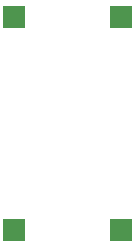
<source format=gbs>
G04 #@! TF.GenerationSoftware,KiCad,Pcbnew,5.0.0-fee4fd1~66~ubuntu16.04.1*
G04 #@! TF.CreationDate,2018-09-22T16:18:32+02:00*
G04 #@! TF.ProjectId,mav_ovp,6D61765F6F76702E6B696361645F7063,rev?*
G04 #@! TF.SameCoordinates,Original*
G04 #@! TF.FileFunction,Soldermask,Bot*
G04 #@! TF.FilePolarity,Negative*
%FSLAX46Y46*%
G04 Gerber Fmt 4.6, Leading zero omitted, Abs format (unit mm)*
G04 Created by KiCad (PCBNEW 5.0.0-fee4fd1~66~ubuntu16.04.1) date Sat Sep 22 16:18:32 2018*
%MOMM*%
%LPD*%
G01*
G04 APERTURE LIST*
%ADD10R,1.900000X1.900000*%
G04 APERTURE END LIST*
D10*
G04 #@! TO.C,J4*
X104500000Y-89000000D03*
G04 #@! TD*
G04 #@! TO.C,J3*
X104500000Y-107000000D03*
G04 #@! TD*
G04 #@! TO.C,J2*
X95500000Y-89000000D03*
G04 #@! TD*
G04 #@! TO.C,J1*
X95500000Y-107000000D03*
G04 #@! TD*
M02*

</source>
